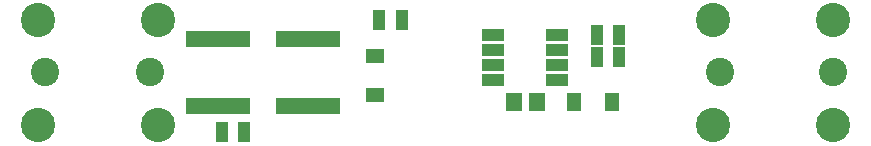
<source format=gbr>
G04 #@! TF.FileFunction,Soldermask,Top*
%FSLAX46Y46*%
G04 Gerber Fmt 4.6, Leading zero omitted, Abs format (unit mm)*
G04 Created by KiCad (PCBNEW 4.0.5+dfsg1-4) date Sun Jul 15 17:14:37 2018*
%MOMM*%
%LPD*%
G01*
G04 APERTURE LIST*
%ADD10C,0.100000*%
%ADD11R,5.400000X1.400000*%
%ADD12R,1.950000X1.000000*%
%ADD13R,1.400000X1.650000*%
%ADD14R,1.620000X1.310000*%
%ADD15R,1.310000X1.620000*%
%ADD16R,1.100000X1.700000*%
%ADD17C,2.400000*%
%ADD18C,2.900000*%
G04 APERTURE END LIST*
D10*
D11*
X128905000Y-98800000D03*
X128905000Y-104400000D03*
D12*
X150020000Y-102235000D03*
X150020000Y-100965000D03*
X150020000Y-99695000D03*
X150020000Y-98425000D03*
X144620000Y-98425000D03*
X144620000Y-99695000D03*
X144620000Y-100965000D03*
X144620000Y-102235000D03*
D13*
X148320000Y-104140000D03*
X146320000Y-104140000D03*
D11*
X121285000Y-104400000D03*
X121285000Y-98800000D03*
D14*
X134620000Y-103505000D03*
X134620000Y-100235000D03*
D15*
X154670000Y-104140000D03*
X151400000Y-104140000D03*
D16*
X136840000Y-97155000D03*
X134940000Y-97155000D03*
X123505000Y-106680000D03*
X121605000Y-106680000D03*
X153355000Y-100330000D03*
X155255000Y-100330000D03*
X155255000Y-98425000D03*
X153355000Y-98425000D03*
D17*
X163830000Y-101600000D03*
X173355000Y-101600000D03*
X115570000Y-101600000D03*
X106680000Y-101600000D03*
D18*
X106045000Y-97155000D03*
X106045000Y-106045000D03*
X116205000Y-106045000D03*
X116205000Y-97155000D03*
X163195000Y-97155000D03*
X163195000Y-106045000D03*
X173355000Y-97155000D03*
X173355000Y-106045000D03*
M02*

</source>
